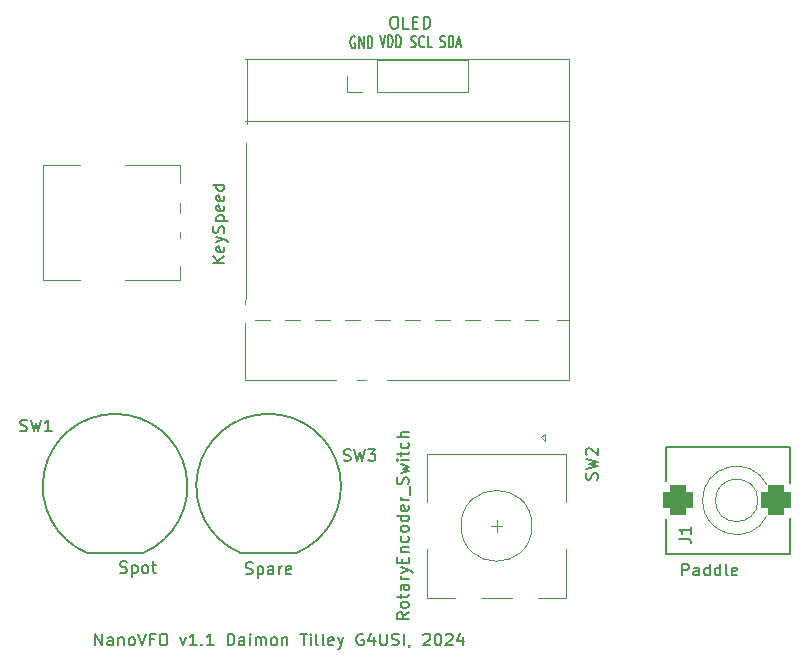
<source format=gbr>
G04 #@! TF.GenerationSoftware,KiCad,Pcbnew,7.0.8*
G04 #@! TF.CreationDate,2024-01-30T12:30:03+00:00*
G04 #@! TF.ProjectId,NanoVFO,4e616e6f-5646-44f2-9e6b-696361645f70,rev?*
G04 #@! TF.SameCoordinates,Original*
G04 #@! TF.FileFunction,Legend,Top*
G04 #@! TF.FilePolarity,Positive*
%FSLAX46Y46*%
G04 Gerber Fmt 4.6, Leading zero omitted, Abs format (unit mm)*
G04 Created by KiCad (PCBNEW 7.0.8) date 2024-01-30 12:30:03*
%MOMM*%
%LPD*%
G01*
G04 APERTURE LIST*
G04 Aperture macros list*
%AMRoundRect*
0 Rectangle with rounded corners*
0 $1 Rounding radius*
0 $2 $3 $4 $5 $6 $7 $8 $9 X,Y pos of 4 corners*
0 Add a 4 corners polygon primitive as box body*
4,1,4,$2,$3,$4,$5,$6,$7,$8,$9,$2,$3,0*
0 Add four circle primitives for the rounded corners*
1,1,$1+$1,$2,$3*
1,1,$1+$1,$4,$5*
1,1,$1+$1,$6,$7*
1,1,$1+$1,$8,$9*
0 Add four rect primitives between the rounded corners*
20,1,$1+$1,$2,$3,$4,$5,0*
20,1,$1+$1,$4,$5,$6,$7,0*
20,1,$1+$1,$6,$7,$8,$9,0*
20,1,$1+$1,$8,$9,$2,$3,0*%
G04 Aperture macros list end*
%ADD10C,0.150000*%
%ADD11C,0.120000*%
%ADD12C,0.200000*%
%ADD13O,3.800000X2.900000*%
%ADD14R,1.700000X1.700000*%
%ADD15O,1.700000X1.700000*%
%ADD16R,2.000000X2.000000*%
%ADD17C,2.000000*%
%ADD18R,2.000000X3.200000*%
%ADD19C,3.200000*%
%ADD20RoundRect,0.650000X0.650000X-0.650000X0.650000X0.650000X-0.650000X0.650000X-0.650000X-0.650000X0*%
%ADD21O,2.100000X3.100000*%
%ADD22O,3.240000X2.720000*%
%ADD23R,1.800000X1.800000*%
%ADD24C,1.800000*%
%ADD25C,1.600000*%
%ADD26O,1.600000X1.600000*%
%ADD27R,1.600000X1.600000*%
G04 APERTURE END LIST*
D10*
X28036779Y-87369819D02*
X28036779Y-86369819D01*
X28036779Y-86369819D02*
X28608207Y-87369819D01*
X28608207Y-87369819D02*
X28608207Y-86369819D01*
X29512969Y-87369819D02*
X29512969Y-86846009D01*
X29512969Y-86846009D02*
X29465350Y-86750771D01*
X29465350Y-86750771D02*
X29370112Y-86703152D01*
X29370112Y-86703152D02*
X29179636Y-86703152D01*
X29179636Y-86703152D02*
X29084398Y-86750771D01*
X29512969Y-87322200D02*
X29417731Y-87369819D01*
X29417731Y-87369819D02*
X29179636Y-87369819D01*
X29179636Y-87369819D02*
X29084398Y-87322200D01*
X29084398Y-87322200D02*
X29036779Y-87226961D01*
X29036779Y-87226961D02*
X29036779Y-87131723D01*
X29036779Y-87131723D02*
X29084398Y-87036485D01*
X29084398Y-87036485D02*
X29179636Y-86988866D01*
X29179636Y-86988866D02*
X29417731Y-86988866D01*
X29417731Y-86988866D02*
X29512969Y-86941247D01*
X29989160Y-86703152D02*
X29989160Y-87369819D01*
X29989160Y-86798390D02*
X30036779Y-86750771D01*
X30036779Y-86750771D02*
X30132017Y-86703152D01*
X30132017Y-86703152D02*
X30274874Y-86703152D01*
X30274874Y-86703152D02*
X30370112Y-86750771D01*
X30370112Y-86750771D02*
X30417731Y-86846009D01*
X30417731Y-86846009D02*
X30417731Y-87369819D01*
X31036779Y-87369819D02*
X30941541Y-87322200D01*
X30941541Y-87322200D02*
X30893922Y-87274580D01*
X30893922Y-87274580D02*
X30846303Y-87179342D01*
X30846303Y-87179342D02*
X30846303Y-86893628D01*
X30846303Y-86893628D02*
X30893922Y-86798390D01*
X30893922Y-86798390D02*
X30941541Y-86750771D01*
X30941541Y-86750771D02*
X31036779Y-86703152D01*
X31036779Y-86703152D02*
X31179636Y-86703152D01*
X31179636Y-86703152D02*
X31274874Y-86750771D01*
X31274874Y-86750771D02*
X31322493Y-86798390D01*
X31322493Y-86798390D02*
X31370112Y-86893628D01*
X31370112Y-86893628D02*
X31370112Y-87179342D01*
X31370112Y-87179342D02*
X31322493Y-87274580D01*
X31322493Y-87274580D02*
X31274874Y-87322200D01*
X31274874Y-87322200D02*
X31179636Y-87369819D01*
X31179636Y-87369819D02*
X31036779Y-87369819D01*
X31655827Y-86369819D02*
X31989160Y-87369819D01*
X31989160Y-87369819D02*
X32322493Y-86369819D01*
X32989160Y-86846009D02*
X32655827Y-86846009D01*
X32655827Y-87369819D02*
X32655827Y-86369819D01*
X32655827Y-86369819D02*
X33132017Y-86369819D01*
X33703446Y-86369819D02*
X33893922Y-86369819D01*
X33893922Y-86369819D02*
X33989160Y-86417438D01*
X33989160Y-86417438D02*
X34084398Y-86512676D01*
X34084398Y-86512676D02*
X34132017Y-86703152D01*
X34132017Y-86703152D02*
X34132017Y-87036485D01*
X34132017Y-87036485D02*
X34084398Y-87226961D01*
X34084398Y-87226961D02*
X33989160Y-87322200D01*
X33989160Y-87322200D02*
X33893922Y-87369819D01*
X33893922Y-87369819D02*
X33703446Y-87369819D01*
X33703446Y-87369819D02*
X33608208Y-87322200D01*
X33608208Y-87322200D02*
X33512970Y-87226961D01*
X33512970Y-87226961D02*
X33465351Y-87036485D01*
X33465351Y-87036485D02*
X33465351Y-86703152D01*
X33465351Y-86703152D02*
X33512970Y-86512676D01*
X33512970Y-86512676D02*
X33608208Y-86417438D01*
X33608208Y-86417438D02*
X33703446Y-86369819D01*
X35227256Y-86703152D02*
X35465351Y-87369819D01*
X35465351Y-87369819D02*
X35703446Y-86703152D01*
X36608208Y-87369819D02*
X36036780Y-87369819D01*
X36322494Y-87369819D02*
X36322494Y-86369819D01*
X36322494Y-86369819D02*
X36227256Y-86512676D01*
X36227256Y-86512676D02*
X36132018Y-86607914D01*
X36132018Y-86607914D02*
X36036780Y-86655533D01*
X37036780Y-87274580D02*
X37084399Y-87322200D01*
X37084399Y-87322200D02*
X37036780Y-87369819D01*
X37036780Y-87369819D02*
X36989161Y-87322200D01*
X36989161Y-87322200D02*
X37036780Y-87274580D01*
X37036780Y-87274580D02*
X37036780Y-87369819D01*
X38036779Y-87369819D02*
X37465351Y-87369819D01*
X37751065Y-87369819D02*
X37751065Y-86369819D01*
X37751065Y-86369819D02*
X37655827Y-86512676D01*
X37655827Y-86512676D02*
X37560589Y-86607914D01*
X37560589Y-86607914D02*
X37465351Y-86655533D01*
X39227256Y-87369819D02*
X39227256Y-86369819D01*
X39227256Y-86369819D02*
X39465351Y-86369819D01*
X39465351Y-86369819D02*
X39608208Y-86417438D01*
X39608208Y-86417438D02*
X39703446Y-86512676D01*
X39703446Y-86512676D02*
X39751065Y-86607914D01*
X39751065Y-86607914D02*
X39798684Y-86798390D01*
X39798684Y-86798390D02*
X39798684Y-86941247D01*
X39798684Y-86941247D02*
X39751065Y-87131723D01*
X39751065Y-87131723D02*
X39703446Y-87226961D01*
X39703446Y-87226961D02*
X39608208Y-87322200D01*
X39608208Y-87322200D02*
X39465351Y-87369819D01*
X39465351Y-87369819D02*
X39227256Y-87369819D01*
X40655827Y-87369819D02*
X40655827Y-86846009D01*
X40655827Y-86846009D02*
X40608208Y-86750771D01*
X40608208Y-86750771D02*
X40512970Y-86703152D01*
X40512970Y-86703152D02*
X40322494Y-86703152D01*
X40322494Y-86703152D02*
X40227256Y-86750771D01*
X40655827Y-87322200D02*
X40560589Y-87369819D01*
X40560589Y-87369819D02*
X40322494Y-87369819D01*
X40322494Y-87369819D02*
X40227256Y-87322200D01*
X40227256Y-87322200D02*
X40179637Y-87226961D01*
X40179637Y-87226961D02*
X40179637Y-87131723D01*
X40179637Y-87131723D02*
X40227256Y-87036485D01*
X40227256Y-87036485D02*
X40322494Y-86988866D01*
X40322494Y-86988866D02*
X40560589Y-86988866D01*
X40560589Y-86988866D02*
X40655827Y-86941247D01*
X41132018Y-87369819D02*
X41132018Y-86703152D01*
X41132018Y-86369819D02*
X41084399Y-86417438D01*
X41084399Y-86417438D02*
X41132018Y-86465057D01*
X41132018Y-86465057D02*
X41179637Y-86417438D01*
X41179637Y-86417438D02*
X41132018Y-86369819D01*
X41132018Y-86369819D02*
X41132018Y-86465057D01*
X41608208Y-87369819D02*
X41608208Y-86703152D01*
X41608208Y-86798390D02*
X41655827Y-86750771D01*
X41655827Y-86750771D02*
X41751065Y-86703152D01*
X41751065Y-86703152D02*
X41893922Y-86703152D01*
X41893922Y-86703152D02*
X41989160Y-86750771D01*
X41989160Y-86750771D02*
X42036779Y-86846009D01*
X42036779Y-86846009D02*
X42036779Y-87369819D01*
X42036779Y-86846009D02*
X42084398Y-86750771D01*
X42084398Y-86750771D02*
X42179636Y-86703152D01*
X42179636Y-86703152D02*
X42322493Y-86703152D01*
X42322493Y-86703152D02*
X42417732Y-86750771D01*
X42417732Y-86750771D02*
X42465351Y-86846009D01*
X42465351Y-86846009D02*
X42465351Y-87369819D01*
X43084398Y-87369819D02*
X42989160Y-87322200D01*
X42989160Y-87322200D02*
X42941541Y-87274580D01*
X42941541Y-87274580D02*
X42893922Y-87179342D01*
X42893922Y-87179342D02*
X42893922Y-86893628D01*
X42893922Y-86893628D02*
X42941541Y-86798390D01*
X42941541Y-86798390D02*
X42989160Y-86750771D01*
X42989160Y-86750771D02*
X43084398Y-86703152D01*
X43084398Y-86703152D02*
X43227255Y-86703152D01*
X43227255Y-86703152D02*
X43322493Y-86750771D01*
X43322493Y-86750771D02*
X43370112Y-86798390D01*
X43370112Y-86798390D02*
X43417731Y-86893628D01*
X43417731Y-86893628D02*
X43417731Y-87179342D01*
X43417731Y-87179342D02*
X43370112Y-87274580D01*
X43370112Y-87274580D02*
X43322493Y-87322200D01*
X43322493Y-87322200D02*
X43227255Y-87369819D01*
X43227255Y-87369819D02*
X43084398Y-87369819D01*
X43846303Y-86703152D02*
X43846303Y-87369819D01*
X43846303Y-86798390D02*
X43893922Y-86750771D01*
X43893922Y-86750771D02*
X43989160Y-86703152D01*
X43989160Y-86703152D02*
X44132017Y-86703152D01*
X44132017Y-86703152D02*
X44227255Y-86750771D01*
X44227255Y-86750771D02*
X44274874Y-86846009D01*
X44274874Y-86846009D02*
X44274874Y-87369819D01*
X45370113Y-86369819D02*
X45941541Y-86369819D01*
X45655827Y-87369819D02*
X45655827Y-86369819D01*
X46274875Y-87369819D02*
X46274875Y-86703152D01*
X46274875Y-86369819D02*
X46227256Y-86417438D01*
X46227256Y-86417438D02*
X46274875Y-86465057D01*
X46274875Y-86465057D02*
X46322494Y-86417438D01*
X46322494Y-86417438D02*
X46274875Y-86369819D01*
X46274875Y-86369819D02*
X46274875Y-86465057D01*
X46893922Y-87369819D02*
X46798684Y-87322200D01*
X46798684Y-87322200D02*
X46751065Y-87226961D01*
X46751065Y-87226961D02*
X46751065Y-86369819D01*
X47417732Y-87369819D02*
X47322494Y-87322200D01*
X47322494Y-87322200D02*
X47274875Y-87226961D01*
X47274875Y-87226961D02*
X47274875Y-86369819D01*
X48179637Y-87322200D02*
X48084399Y-87369819D01*
X48084399Y-87369819D02*
X47893923Y-87369819D01*
X47893923Y-87369819D02*
X47798685Y-87322200D01*
X47798685Y-87322200D02*
X47751066Y-87226961D01*
X47751066Y-87226961D02*
X47751066Y-86846009D01*
X47751066Y-86846009D02*
X47798685Y-86750771D01*
X47798685Y-86750771D02*
X47893923Y-86703152D01*
X47893923Y-86703152D02*
X48084399Y-86703152D01*
X48084399Y-86703152D02*
X48179637Y-86750771D01*
X48179637Y-86750771D02*
X48227256Y-86846009D01*
X48227256Y-86846009D02*
X48227256Y-86941247D01*
X48227256Y-86941247D02*
X47751066Y-87036485D01*
X48560590Y-86703152D02*
X48798685Y-87369819D01*
X49036780Y-86703152D02*
X48798685Y-87369819D01*
X48798685Y-87369819D02*
X48703447Y-87607914D01*
X48703447Y-87607914D02*
X48655828Y-87655533D01*
X48655828Y-87655533D02*
X48560590Y-87703152D01*
X50703447Y-86417438D02*
X50608209Y-86369819D01*
X50608209Y-86369819D02*
X50465352Y-86369819D01*
X50465352Y-86369819D02*
X50322495Y-86417438D01*
X50322495Y-86417438D02*
X50227257Y-86512676D01*
X50227257Y-86512676D02*
X50179638Y-86607914D01*
X50179638Y-86607914D02*
X50132019Y-86798390D01*
X50132019Y-86798390D02*
X50132019Y-86941247D01*
X50132019Y-86941247D02*
X50179638Y-87131723D01*
X50179638Y-87131723D02*
X50227257Y-87226961D01*
X50227257Y-87226961D02*
X50322495Y-87322200D01*
X50322495Y-87322200D02*
X50465352Y-87369819D01*
X50465352Y-87369819D02*
X50560590Y-87369819D01*
X50560590Y-87369819D02*
X50703447Y-87322200D01*
X50703447Y-87322200D02*
X50751066Y-87274580D01*
X50751066Y-87274580D02*
X50751066Y-86941247D01*
X50751066Y-86941247D02*
X50560590Y-86941247D01*
X51608209Y-86703152D02*
X51608209Y-87369819D01*
X51370114Y-86322200D02*
X51132019Y-87036485D01*
X51132019Y-87036485D02*
X51751066Y-87036485D01*
X52132019Y-86369819D02*
X52132019Y-87179342D01*
X52132019Y-87179342D02*
X52179638Y-87274580D01*
X52179638Y-87274580D02*
X52227257Y-87322200D01*
X52227257Y-87322200D02*
X52322495Y-87369819D01*
X52322495Y-87369819D02*
X52512971Y-87369819D01*
X52512971Y-87369819D02*
X52608209Y-87322200D01*
X52608209Y-87322200D02*
X52655828Y-87274580D01*
X52655828Y-87274580D02*
X52703447Y-87179342D01*
X52703447Y-87179342D02*
X52703447Y-86369819D01*
X53132019Y-87322200D02*
X53274876Y-87369819D01*
X53274876Y-87369819D02*
X53512971Y-87369819D01*
X53512971Y-87369819D02*
X53608209Y-87322200D01*
X53608209Y-87322200D02*
X53655828Y-87274580D01*
X53655828Y-87274580D02*
X53703447Y-87179342D01*
X53703447Y-87179342D02*
X53703447Y-87084104D01*
X53703447Y-87084104D02*
X53655828Y-86988866D01*
X53655828Y-86988866D02*
X53608209Y-86941247D01*
X53608209Y-86941247D02*
X53512971Y-86893628D01*
X53512971Y-86893628D02*
X53322495Y-86846009D01*
X53322495Y-86846009D02*
X53227257Y-86798390D01*
X53227257Y-86798390D02*
X53179638Y-86750771D01*
X53179638Y-86750771D02*
X53132019Y-86655533D01*
X53132019Y-86655533D02*
X53132019Y-86560295D01*
X53132019Y-86560295D02*
X53179638Y-86465057D01*
X53179638Y-86465057D02*
X53227257Y-86417438D01*
X53227257Y-86417438D02*
X53322495Y-86369819D01*
X53322495Y-86369819D02*
X53560590Y-86369819D01*
X53560590Y-86369819D02*
X53703447Y-86417438D01*
X54132019Y-87369819D02*
X54132019Y-86369819D01*
X54655828Y-87322200D02*
X54655828Y-87369819D01*
X54655828Y-87369819D02*
X54608209Y-87465057D01*
X54608209Y-87465057D02*
X54560590Y-87512676D01*
X55798685Y-86465057D02*
X55846304Y-86417438D01*
X55846304Y-86417438D02*
X55941542Y-86369819D01*
X55941542Y-86369819D02*
X56179637Y-86369819D01*
X56179637Y-86369819D02*
X56274875Y-86417438D01*
X56274875Y-86417438D02*
X56322494Y-86465057D01*
X56322494Y-86465057D02*
X56370113Y-86560295D01*
X56370113Y-86560295D02*
X56370113Y-86655533D01*
X56370113Y-86655533D02*
X56322494Y-86798390D01*
X56322494Y-86798390D02*
X55751066Y-87369819D01*
X55751066Y-87369819D02*
X56370113Y-87369819D01*
X56989161Y-86369819D02*
X57084399Y-86369819D01*
X57084399Y-86369819D02*
X57179637Y-86417438D01*
X57179637Y-86417438D02*
X57227256Y-86465057D01*
X57227256Y-86465057D02*
X57274875Y-86560295D01*
X57274875Y-86560295D02*
X57322494Y-86750771D01*
X57322494Y-86750771D02*
X57322494Y-86988866D01*
X57322494Y-86988866D02*
X57274875Y-87179342D01*
X57274875Y-87179342D02*
X57227256Y-87274580D01*
X57227256Y-87274580D02*
X57179637Y-87322200D01*
X57179637Y-87322200D02*
X57084399Y-87369819D01*
X57084399Y-87369819D02*
X56989161Y-87369819D01*
X56989161Y-87369819D02*
X56893923Y-87322200D01*
X56893923Y-87322200D02*
X56846304Y-87274580D01*
X56846304Y-87274580D02*
X56798685Y-87179342D01*
X56798685Y-87179342D02*
X56751066Y-86988866D01*
X56751066Y-86988866D02*
X56751066Y-86750771D01*
X56751066Y-86750771D02*
X56798685Y-86560295D01*
X56798685Y-86560295D02*
X56846304Y-86465057D01*
X56846304Y-86465057D02*
X56893923Y-86417438D01*
X56893923Y-86417438D02*
X56989161Y-86369819D01*
X57703447Y-86465057D02*
X57751066Y-86417438D01*
X57751066Y-86417438D02*
X57846304Y-86369819D01*
X57846304Y-86369819D02*
X58084399Y-86369819D01*
X58084399Y-86369819D02*
X58179637Y-86417438D01*
X58179637Y-86417438D02*
X58227256Y-86465057D01*
X58227256Y-86465057D02*
X58274875Y-86560295D01*
X58274875Y-86560295D02*
X58274875Y-86655533D01*
X58274875Y-86655533D02*
X58227256Y-86798390D01*
X58227256Y-86798390D02*
X57655828Y-87369819D01*
X57655828Y-87369819D02*
X58274875Y-87369819D01*
X59132018Y-86703152D02*
X59132018Y-87369819D01*
X58893923Y-86322200D02*
X58655828Y-87036485D01*
X58655828Y-87036485D02*
X59274875Y-87036485D01*
X53247619Y-34154819D02*
X53438095Y-34154819D01*
X53438095Y-34154819D02*
X53533333Y-34202438D01*
X53533333Y-34202438D02*
X53628571Y-34297676D01*
X53628571Y-34297676D02*
X53676190Y-34488152D01*
X53676190Y-34488152D02*
X53676190Y-34821485D01*
X53676190Y-34821485D02*
X53628571Y-35011961D01*
X53628571Y-35011961D02*
X53533333Y-35107200D01*
X53533333Y-35107200D02*
X53438095Y-35154819D01*
X53438095Y-35154819D02*
X53247619Y-35154819D01*
X53247619Y-35154819D02*
X53152381Y-35107200D01*
X53152381Y-35107200D02*
X53057143Y-35011961D01*
X53057143Y-35011961D02*
X53009524Y-34821485D01*
X53009524Y-34821485D02*
X53009524Y-34488152D01*
X53009524Y-34488152D02*
X53057143Y-34297676D01*
X53057143Y-34297676D02*
X53152381Y-34202438D01*
X53152381Y-34202438D02*
X53247619Y-34154819D01*
X54580952Y-35154819D02*
X54104762Y-35154819D01*
X54104762Y-35154819D02*
X54104762Y-34154819D01*
X54914286Y-34631009D02*
X55247619Y-34631009D01*
X55390476Y-35154819D02*
X54914286Y-35154819D01*
X54914286Y-35154819D02*
X54914286Y-34154819D01*
X54914286Y-34154819D02*
X55390476Y-34154819D01*
X55819048Y-35154819D02*
X55819048Y-34154819D01*
X55819048Y-34154819D02*
X56057143Y-34154819D01*
X56057143Y-34154819D02*
X56200000Y-34202438D01*
X56200000Y-34202438D02*
X56295238Y-34297676D01*
X56295238Y-34297676D02*
X56342857Y-34392914D01*
X56342857Y-34392914D02*
X56390476Y-34583390D01*
X56390476Y-34583390D02*
X56390476Y-34726247D01*
X56390476Y-34726247D02*
X56342857Y-34916723D01*
X56342857Y-34916723D02*
X56295238Y-35011961D01*
X56295238Y-35011961D02*
X56200000Y-35107200D01*
X56200000Y-35107200D02*
X56057143Y-35154819D01*
X56057143Y-35154819D02*
X55819048Y-35154819D01*
X54766666Y-36707200D02*
X54866666Y-36754819D01*
X54866666Y-36754819D02*
X55033333Y-36754819D01*
X55033333Y-36754819D02*
X55099999Y-36707200D01*
X55099999Y-36707200D02*
X55133333Y-36659580D01*
X55133333Y-36659580D02*
X55166666Y-36564342D01*
X55166666Y-36564342D02*
X55166666Y-36469104D01*
X55166666Y-36469104D02*
X55133333Y-36373866D01*
X55133333Y-36373866D02*
X55099999Y-36326247D01*
X55099999Y-36326247D02*
X55033333Y-36278628D01*
X55033333Y-36278628D02*
X54899999Y-36231009D01*
X54899999Y-36231009D02*
X54833333Y-36183390D01*
X54833333Y-36183390D02*
X54799999Y-36135771D01*
X54799999Y-36135771D02*
X54766666Y-36040533D01*
X54766666Y-36040533D02*
X54766666Y-35945295D01*
X54766666Y-35945295D02*
X54799999Y-35850057D01*
X54799999Y-35850057D02*
X54833333Y-35802438D01*
X54833333Y-35802438D02*
X54899999Y-35754819D01*
X54899999Y-35754819D02*
X55066666Y-35754819D01*
X55066666Y-35754819D02*
X55166666Y-35802438D01*
X55866666Y-36659580D02*
X55833333Y-36707200D01*
X55833333Y-36707200D02*
X55733333Y-36754819D01*
X55733333Y-36754819D02*
X55666666Y-36754819D01*
X55666666Y-36754819D02*
X55566666Y-36707200D01*
X55566666Y-36707200D02*
X55500000Y-36611961D01*
X55500000Y-36611961D02*
X55466666Y-36516723D01*
X55466666Y-36516723D02*
X55433333Y-36326247D01*
X55433333Y-36326247D02*
X55433333Y-36183390D01*
X55433333Y-36183390D02*
X55466666Y-35992914D01*
X55466666Y-35992914D02*
X55500000Y-35897676D01*
X55500000Y-35897676D02*
X55566666Y-35802438D01*
X55566666Y-35802438D02*
X55666666Y-35754819D01*
X55666666Y-35754819D02*
X55733333Y-35754819D01*
X55733333Y-35754819D02*
X55833333Y-35802438D01*
X55833333Y-35802438D02*
X55866666Y-35850057D01*
X56500000Y-36754819D02*
X56166666Y-36754819D01*
X56166666Y-36754819D02*
X56166666Y-35754819D01*
X50016667Y-35860438D02*
X49950000Y-35812819D01*
X49950000Y-35812819D02*
X49850000Y-35812819D01*
X49850000Y-35812819D02*
X49750000Y-35860438D01*
X49750000Y-35860438D02*
X49683334Y-35955676D01*
X49683334Y-35955676D02*
X49650000Y-36050914D01*
X49650000Y-36050914D02*
X49616667Y-36241390D01*
X49616667Y-36241390D02*
X49616667Y-36384247D01*
X49616667Y-36384247D02*
X49650000Y-36574723D01*
X49650000Y-36574723D02*
X49683334Y-36669961D01*
X49683334Y-36669961D02*
X49750000Y-36765200D01*
X49750000Y-36765200D02*
X49850000Y-36812819D01*
X49850000Y-36812819D02*
X49916667Y-36812819D01*
X49916667Y-36812819D02*
X50016667Y-36765200D01*
X50016667Y-36765200D02*
X50050000Y-36717580D01*
X50050000Y-36717580D02*
X50050000Y-36384247D01*
X50050000Y-36384247D02*
X49916667Y-36384247D01*
X50350000Y-36812819D02*
X50350000Y-35812819D01*
X50350000Y-35812819D02*
X50750000Y-36812819D01*
X50750000Y-36812819D02*
X50750000Y-35812819D01*
X51083333Y-36812819D02*
X51083333Y-35812819D01*
X51083333Y-35812819D02*
X51250000Y-35812819D01*
X51250000Y-35812819D02*
X51350000Y-35860438D01*
X51350000Y-35860438D02*
X51416667Y-35955676D01*
X51416667Y-35955676D02*
X51450000Y-36050914D01*
X51450000Y-36050914D02*
X51483333Y-36241390D01*
X51483333Y-36241390D02*
X51483333Y-36384247D01*
X51483333Y-36384247D02*
X51450000Y-36574723D01*
X51450000Y-36574723D02*
X51416667Y-36669961D01*
X51416667Y-36669961D02*
X51350000Y-36765200D01*
X51350000Y-36765200D02*
X51250000Y-36812819D01*
X51250000Y-36812819D02*
X51083333Y-36812819D01*
X52116666Y-35727819D02*
X52350000Y-36727819D01*
X52350000Y-36727819D02*
X52583333Y-35727819D01*
X52816666Y-36727819D02*
X52816666Y-35727819D01*
X52816666Y-35727819D02*
X52983333Y-35727819D01*
X52983333Y-35727819D02*
X53083333Y-35775438D01*
X53083333Y-35775438D02*
X53150000Y-35870676D01*
X53150000Y-35870676D02*
X53183333Y-35965914D01*
X53183333Y-35965914D02*
X53216666Y-36156390D01*
X53216666Y-36156390D02*
X53216666Y-36299247D01*
X53216666Y-36299247D02*
X53183333Y-36489723D01*
X53183333Y-36489723D02*
X53150000Y-36584961D01*
X53150000Y-36584961D02*
X53083333Y-36680200D01*
X53083333Y-36680200D02*
X52983333Y-36727819D01*
X52983333Y-36727819D02*
X52816666Y-36727819D01*
X53516666Y-36727819D02*
X53516666Y-35727819D01*
X53516666Y-35727819D02*
X53683333Y-35727819D01*
X53683333Y-35727819D02*
X53783333Y-35775438D01*
X53783333Y-35775438D02*
X53850000Y-35870676D01*
X53850000Y-35870676D02*
X53883333Y-35965914D01*
X53883333Y-35965914D02*
X53916666Y-36156390D01*
X53916666Y-36156390D02*
X53916666Y-36299247D01*
X53916666Y-36299247D02*
X53883333Y-36489723D01*
X53883333Y-36489723D02*
X53850000Y-36584961D01*
X53850000Y-36584961D02*
X53783333Y-36680200D01*
X53783333Y-36680200D02*
X53683333Y-36727819D01*
X53683333Y-36727819D02*
X53516666Y-36727819D01*
X57250000Y-36707200D02*
X57350000Y-36754819D01*
X57350000Y-36754819D02*
X57516667Y-36754819D01*
X57516667Y-36754819D02*
X57583333Y-36707200D01*
X57583333Y-36707200D02*
X57616667Y-36659580D01*
X57616667Y-36659580D02*
X57650000Y-36564342D01*
X57650000Y-36564342D02*
X57650000Y-36469104D01*
X57650000Y-36469104D02*
X57616667Y-36373866D01*
X57616667Y-36373866D02*
X57583333Y-36326247D01*
X57583333Y-36326247D02*
X57516667Y-36278628D01*
X57516667Y-36278628D02*
X57383333Y-36231009D01*
X57383333Y-36231009D02*
X57316667Y-36183390D01*
X57316667Y-36183390D02*
X57283333Y-36135771D01*
X57283333Y-36135771D02*
X57250000Y-36040533D01*
X57250000Y-36040533D02*
X57250000Y-35945295D01*
X57250000Y-35945295D02*
X57283333Y-35850057D01*
X57283333Y-35850057D02*
X57316667Y-35802438D01*
X57316667Y-35802438D02*
X57383333Y-35754819D01*
X57383333Y-35754819D02*
X57550000Y-35754819D01*
X57550000Y-35754819D02*
X57650000Y-35802438D01*
X57950000Y-36754819D02*
X57950000Y-35754819D01*
X57950000Y-35754819D02*
X58116667Y-35754819D01*
X58116667Y-35754819D02*
X58216667Y-35802438D01*
X58216667Y-35802438D02*
X58283334Y-35897676D01*
X58283334Y-35897676D02*
X58316667Y-35992914D01*
X58316667Y-35992914D02*
X58350000Y-36183390D01*
X58350000Y-36183390D02*
X58350000Y-36326247D01*
X58350000Y-36326247D02*
X58316667Y-36516723D01*
X58316667Y-36516723D02*
X58283334Y-36611961D01*
X58283334Y-36611961D02*
X58216667Y-36707200D01*
X58216667Y-36707200D02*
X58116667Y-36754819D01*
X58116667Y-36754819D02*
X57950000Y-36754819D01*
X58616667Y-36469104D02*
X58950000Y-36469104D01*
X58550000Y-36754819D02*
X58783334Y-35754819D01*
X58783334Y-35754819D02*
X59016667Y-36754819D01*
X70507200Y-73333332D02*
X70554819Y-73190475D01*
X70554819Y-73190475D02*
X70554819Y-72952380D01*
X70554819Y-72952380D02*
X70507200Y-72857142D01*
X70507200Y-72857142D02*
X70459580Y-72809523D01*
X70459580Y-72809523D02*
X70364342Y-72761904D01*
X70364342Y-72761904D02*
X70269104Y-72761904D01*
X70269104Y-72761904D02*
X70173866Y-72809523D01*
X70173866Y-72809523D02*
X70126247Y-72857142D01*
X70126247Y-72857142D02*
X70078628Y-72952380D01*
X70078628Y-72952380D02*
X70031009Y-73142856D01*
X70031009Y-73142856D02*
X69983390Y-73238094D01*
X69983390Y-73238094D02*
X69935771Y-73285713D01*
X69935771Y-73285713D02*
X69840533Y-73333332D01*
X69840533Y-73333332D02*
X69745295Y-73333332D01*
X69745295Y-73333332D02*
X69650057Y-73285713D01*
X69650057Y-73285713D02*
X69602438Y-73238094D01*
X69602438Y-73238094D02*
X69554819Y-73142856D01*
X69554819Y-73142856D02*
X69554819Y-72904761D01*
X69554819Y-72904761D02*
X69602438Y-72761904D01*
X69554819Y-72428570D02*
X70554819Y-72190475D01*
X70554819Y-72190475D02*
X69840533Y-71999999D01*
X69840533Y-71999999D02*
X70554819Y-71809523D01*
X70554819Y-71809523D02*
X69554819Y-71571428D01*
X69650057Y-71238094D02*
X69602438Y-71190475D01*
X69602438Y-71190475D02*
X69554819Y-71095237D01*
X69554819Y-71095237D02*
X69554819Y-70857142D01*
X69554819Y-70857142D02*
X69602438Y-70761904D01*
X69602438Y-70761904D02*
X69650057Y-70714285D01*
X69650057Y-70714285D02*
X69745295Y-70666666D01*
X69745295Y-70666666D02*
X69840533Y-70666666D01*
X69840533Y-70666666D02*
X69983390Y-70714285D01*
X69983390Y-70714285D02*
X70554819Y-71285713D01*
X70554819Y-71285713D02*
X70554819Y-70666666D01*
X54554819Y-84583334D02*
X54078628Y-84916667D01*
X54554819Y-85154762D02*
X53554819Y-85154762D01*
X53554819Y-85154762D02*
X53554819Y-84773810D01*
X53554819Y-84773810D02*
X53602438Y-84678572D01*
X53602438Y-84678572D02*
X53650057Y-84630953D01*
X53650057Y-84630953D02*
X53745295Y-84583334D01*
X53745295Y-84583334D02*
X53888152Y-84583334D01*
X53888152Y-84583334D02*
X53983390Y-84630953D01*
X53983390Y-84630953D02*
X54031009Y-84678572D01*
X54031009Y-84678572D02*
X54078628Y-84773810D01*
X54078628Y-84773810D02*
X54078628Y-85154762D01*
X54554819Y-84011905D02*
X54507200Y-84107143D01*
X54507200Y-84107143D02*
X54459580Y-84154762D01*
X54459580Y-84154762D02*
X54364342Y-84202381D01*
X54364342Y-84202381D02*
X54078628Y-84202381D01*
X54078628Y-84202381D02*
X53983390Y-84154762D01*
X53983390Y-84154762D02*
X53935771Y-84107143D01*
X53935771Y-84107143D02*
X53888152Y-84011905D01*
X53888152Y-84011905D02*
X53888152Y-83869048D01*
X53888152Y-83869048D02*
X53935771Y-83773810D01*
X53935771Y-83773810D02*
X53983390Y-83726191D01*
X53983390Y-83726191D02*
X54078628Y-83678572D01*
X54078628Y-83678572D02*
X54364342Y-83678572D01*
X54364342Y-83678572D02*
X54459580Y-83726191D01*
X54459580Y-83726191D02*
X54507200Y-83773810D01*
X54507200Y-83773810D02*
X54554819Y-83869048D01*
X54554819Y-83869048D02*
X54554819Y-84011905D01*
X53888152Y-83392857D02*
X53888152Y-83011905D01*
X53554819Y-83250000D02*
X54411961Y-83250000D01*
X54411961Y-83250000D02*
X54507200Y-83202381D01*
X54507200Y-83202381D02*
X54554819Y-83107143D01*
X54554819Y-83107143D02*
X54554819Y-83011905D01*
X54554819Y-82250000D02*
X54031009Y-82250000D01*
X54031009Y-82250000D02*
X53935771Y-82297619D01*
X53935771Y-82297619D02*
X53888152Y-82392857D01*
X53888152Y-82392857D02*
X53888152Y-82583333D01*
X53888152Y-82583333D02*
X53935771Y-82678571D01*
X54507200Y-82250000D02*
X54554819Y-82345238D01*
X54554819Y-82345238D02*
X54554819Y-82583333D01*
X54554819Y-82583333D02*
X54507200Y-82678571D01*
X54507200Y-82678571D02*
X54411961Y-82726190D01*
X54411961Y-82726190D02*
X54316723Y-82726190D01*
X54316723Y-82726190D02*
X54221485Y-82678571D01*
X54221485Y-82678571D02*
X54173866Y-82583333D01*
X54173866Y-82583333D02*
X54173866Y-82345238D01*
X54173866Y-82345238D02*
X54126247Y-82250000D01*
X54554819Y-81773809D02*
X53888152Y-81773809D01*
X54078628Y-81773809D02*
X53983390Y-81726190D01*
X53983390Y-81726190D02*
X53935771Y-81678571D01*
X53935771Y-81678571D02*
X53888152Y-81583333D01*
X53888152Y-81583333D02*
X53888152Y-81488095D01*
X53888152Y-81249999D02*
X54554819Y-81011904D01*
X53888152Y-80773809D02*
X54554819Y-81011904D01*
X54554819Y-81011904D02*
X54792914Y-81107142D01*
X54792914Y-81107142D02*
X54840533Y-81154761D01*
X54840533Y-81154761D02*
X54888152Y-81249999D01*
X54031009Y-80392856D02*
X54031009Y-80059523D01*
X54554819Y-79916666D02*
X54554819Y-80392856D01*
X54554819Y-80392856D02*
X53554819Y-80392856D01*
X53554819Y-80392856D02*
X53554819Y-79916666D01*
X53888152Y-79488094D02*
X54554819Y-79488094D01*
X53983390Y-79488094D02*
X53935771Y-79440475D01*
X53935771Y-79440475D02*
X53888152Y-79345237D01*
X53888152Y-79345237D02*
X53888152Y-79202380D01*
X53888152Y-79202380D02*
X53935771Y-79107142D01*
X53935771Y-79107142D02*
X54031009Y-79059523D01*
X54031009Y-79059523D02*
X54554819Y-79059523D01*
X54507200Y-78154761D02*
X54554819Y-78249999D01*
X54554819Y-78249999D02*
X54554819Y-78440475D01*
X54554819Y-78440475D02*
X54507200Y-78535713D01*
X54507200Y-78535713D02*
X54459580Y-78583332D01*
X54459580Y-78583332D02*
X54364342Y-78630951D01*
X54364342Y-78630951D02*
X54078628Y-78630951D01*
X54078628Y-78630951D02*
X53983390Y-78583332D01*
X53983390Y-78583332D02*
X53935771Y-78535713D01*
X53935771Y-78535713D02*
X53888152Y-78440475D01*
X53888152Y-78440475D02*
X53888152Y-78249999D01*
X53888152Y-78249999D02*
X53935771Y-78154761D01*
X54554819Y-77583332D02*
X54507200Y-77678570D01*
X54507200Y-77678570D02*
X54459580Y-77726189D01*
X54459580Y-77726189D02*
X54364342Y-77773808D01*
X54364342Y-77773808D02*
X54078628Y-77773808D01*
X54078628Y-77773808D02*
X53983390Y-77726189D01*
X53983390Y-77726189D02*
X53935771Y-77678570D01*
X53935771Y-77678570D02*
X53888152Y-77583332D01*
X53888152Y-77583332D02*
X53888152Y-77440475D01*
X53888152Y-77440475D02*
X53935771Y-77345237D01*
X53935771Y-77345237D02*
X53983390Y-77297618D01*
X53983390Y-77297618D02*
X54078628Y-77249999D01*
X54078628Y-77249999D02*
X54364342Y-77249999D01*
X54364342Y-77249999D02*
X54459580Y-77297618D01*
X54459580Y-77297618D02*
X54507200Y-77345237D01*
X54507200Y-77345237D02*
X54554819Y-77440475D01*
X54554819Y-77440475D02*
X54554819Y-77583332D01*
X54554819Y-76392856D02*
X53554819Y-76392856D01*
X54507200Y-76392856D02*
X54554819Y-76488094D01*
X54554819Y-76488094D02*
X54554819Y-76678570D01*
X54554819Y-76678570D02*
X54507200Y-76773808D01*
X54507200Y-76773808D02*
X54459580Y-76821427D01*
X54459580Y-76821427D02*
X54364342Y-76869046D01*
X54364342Y-76869046D02*
X54078628Y-76869046D01*
X54078628Y-76869046D02*
X53983390Y-76821427D01*
X53983390Y-76821427D02*
X53935771Y-76773808D01*
X53935771Y-76773808D02*
X53888152Y-76678570D01*
X53888152Y-76678570D02*
X53888152Y-76488094D01*
X53888152Y-76488094D02*
X53935771Y-76392856D01*
X54507200Y-75535713D02*
X54554819Y-75630951D01*
X54554819Y-75630951D02*
X54554819Y-75821427D01*
X54554819Y-75821427D02*
X54507200Y-75916665D01*
X54507200Y-75916665D02*
X54411961Y-75964284D01*
X54411961Y-75964284D02*
X54031009Y-75964284D01*
X54031009Y-75964284D02*
X53935771Y-75916665D01*
X53935771Y-75916665D02*
X53888152Y-75821427D01*
X53888152Y-75821427D02*
X53888152Y-75630951D01*
X53888152Y-75630951D02*
X53935771Y-75535713D01*
X53935771Y-75535713D02*
X54031009Y-75488094D01*
X54031009Y-75488094D02*
X54126247Y-75488094D01*
X54126247Y-75488094D02*
X54221485Y-75964284D01*
X54554819Y-75059522D02*
X53888152Y-75059522D01*
X54078628Y-75059522D02*
X53983390Y-75011903D01*
X53983390Y-75011903D02*
X53935771Y-74964284D01*
X53935771Y-74964284D02*
X53888152Y-74869046D01*
X53888152Y-74869046D02*
X53888152Y-74773808D01*
X54650057Y-74678570D02*
X54650057Y-73916665D01*
X54507200Y-73726188D02*
X54554819Y-73583331D01*
X54554819Y-73583331D02*
X54554819Y-73345236D01*
X54554819Y-73345236D02*
X54507200Y-73249998D01*
X54507200Y-73249998D02*
X54459580Y-73202379D01*
X54459580Y-73202379D02*
X54364342Y-73154760D01*
X54364342Y-73154760D02*
X54269104Y-73154760D01*
X54269104Y-73154760D02*
X54173866Y-73202379D01*
X54173866Y-73202379D02*
X54126247Y-73249998D01*
X54126247Y-73249998D02*
X54078628Y-73345236D01*
X54078628Y-73345236D02*
X54031009Y-73535712D01*
X54031009Y-73535712D02*
X53983390Y-73630950D01*
X53983390Y-73630950D02*
X53935771Y-73678569D01*
X53935771Y-73678569D02*
X53840533Y-73726188D01*
X53840533Y-73726188D02*
X53745295Y-73726188D01*
X53745295Y-73726188D02*
X53650057Y-73678569D01*
X53650057Y-73678569D02*
X53602438Y-73630950D01*
X53602438Y-73630950D02*
X53554819Y-73535712D01*
X53554819Y-73535712D02*
X53554819Y-73297617D01*
X53554819Y-73297617D02*
X53602438Y-73154760D01*
X53888152Y-72821426D02*
X54554819Y-72630950D01*
X54554819Y-72630950D02*
X54078628Y-72440474D01*
X54078628Y-72440474D02*
X54554819Y-72249998D01*
X54554819Y-72249998D02*
X53888152Y-72059522D01*
X54554819Y-71678569D02*
X53888152Y-71678569D01*
X53554819Y-71678569D02*
X53602438Y-71726188D01*
X53602438Y-71726188D02*
X53650057Y-71678569D01*
X53650057Y-71678569D02*
X53602438Y-71630950D01*
X53602438Y-71630950D02*
X53554819Y-71678569D01*
X53554819Y-71678569D02*
X53650057Y-71678569D01*
X53888152Y-71345236D02*
X53888152Y-70964284D01*
X53554819Y-71202379D02*
X54411961Y-71202379D01*
X54411961Y-71202379D02*
X54507200Y-71154760D01*
X54507200Y-71154760D02*
X54554819Y-71059522D01*
X54554819Y-71059522D02*
X54554819Y-70964284D01*
X54507200Y-70202379D02*
X54554819Y-70297617D01*
X54554819Y-70297617D02*
X54554819Y-70488093D01*
X54554819Y-70488093D02*
X54507200Y-70583331D01*
X54507200Y-70583331D02*
X54459580Y-70630950D01*
X54459580Y-70630950D02*
X54364342Y-70678569D01*
X54364342Y-70678569D02*
X54078628Y-70678569D01*
X54078628Y-70678569D02*
X53983390Y-70630950D01*
X53983390Y-70630950D02*
X53935771Y-70583331D01*
X53935771Y-70583331D02*
X53888152Y-70488093D01*
X53888152Y-70488093D02*
X53888152Y-70297617D01*
X53888152Y-70297617D02*
X53935771Y-70202379D01*
X54554819Y-69773807D02*
X53554819Y-69773807D01*
X54554819Y-69345236D02*
X54031009Y-69345236D01*
X54031009Y-69345236D02*
X53935771Y-69392855D01*
X53935771Y-69392855D02*
X53888152Y-69488093D01*
X53888152Y-69488093D02*
X53888152Y-69630950D01*
X53888152Y-69630950D02*
X53935771Y-69726188D01*
X53935771Y-69726188D02*
X53983390Y-69773807D01*
X21666667Y-69207200D02*
X21809524Y-69254819D01*
X21809524Y-69254819D02*
X22047619Y-69254819D01*
X22047619Y-69254819D02*
X22142857Y-69207200D01*
X22142857Y-69207200D02*
X22190476Y-69159580D01*
X22190476Y-69159580D02*
X22238095Y-69064342D01*
X22238095Y-69064342D02*
X22238095Y-68969104D01*
X22238095Y-68969104D02*
X22190476Y-68873866D01*
X22190476Y-68873866D02*
X22142857Y-68826247D01*
X22142857Y-68826247D02*
X22047619Y-68778628D01*
X22047619Y-68778628D02*
X21857143Y-68731009D01*
X21857143Y-68731009D02*
X21761905Y-68683390D01*
X21761905Y-68683390D02*
X21714286Y-68635771D01*
X21714286Y-68635771D02*
X21666667Y-68540533D01*
X21666667Y-68540533D02*
X21666667Y-68445295D01*
X21666667Y-68445295D02*
X21714286Y-68350057D01*
X21714286Y-68350057D02*
X21761905Y-68302438D01*
X21761905Y-68302438D02*
X21857143Y-68254819D01*
X21857143Y-68254819D02*
X22095238Y-68254819D01*
X22095238Y-68254819D02*
X22238095Y-68302438D01*
X22571429Y-68254819D02*
X22809524Y-69254819D01*
X22809524Y-69254819D02*
X23000000Y-68540533D01*
X23000000Y-68540533D02*
X23190476Y-69254819D01*
X23190476Y-69254819D02*
X23428572Y-68254819D01*
X24333333Y-69254819D02*
X23761905Y-69254819D01*
X24047619Y-69254819D02*
X24047619Y-68254819D01*
X24047619Y-68254819D02*
X23952381Y-68397676D01*
X23952381Y-68397676D02*
X23857143Y-68492914D01*
X23857143Y-68492914D02*
X23761905Y-68540533D01*
X30123809Y-81207200D02*
X30266666Y-81254819D01*
X30266666Y-81254819D02*
X30504761Y-81254819D01*
X30504761Y-81254819D02*
X30599999Y-81207200D01*
X30599999Y-81207200D02*
X30647618Y-81159580D01*
X30647618Y-81159580D02*
X30695237Y-81064342D01*
X30695237Y-81064342D02*
X30695237Y-80969104D01*
X30695237Y-80969104D02*
X30647618Y-80873866D01*
X30647618Y-80873866D02*
X30599999Y-80826247D01*
X30599999Y-80826247D02*
X30504761Y-80778628D01*
X30504761Y-80778628D02*
X30314285Y-80731009D01*
X30314285Y-80731009D02*
X30219047Y-80683390D01*
X30219047Y-80683390D02*
X30171428Y-80635771D01*
X30171428Y-80635771D02*
X30123809Y-80540533D01*
X30123809Y-80540533D02*
X30123809Y-80445295D01*
X30123809Y-80445295D02*
X30171428Y-80350057D01*
X30171428Y-80350057D02*
X30219047Y-80302438D01*
X30219047Y-80302438D02*
X30314285Y-80254819D01*
X30314285Y-80254819D02*
X30552380Y-80254819D01*
X30552380Y-80254819D02*
X30695237Y-80302438D01*
X31123809Y-80588152D02*
X31123809Y-81588152D01*
X31123809Y-80635771D02*
X31219047Y-80588152D01*
X31219047Y-80588152D02*
X31409523Y-80588152D01*
X31409523Y-80588152D02*
X31504761Y-80635771D01*
X31504761Y-80635771D02*
X31552380Y-80683390D01*
X31552380Y-80683390D02*
X31599999Y-80778628D01*
X31599999Y-80778628D02*
X31599999Y-81064342D01*
X31599999Y-81064342D02*
X31552380Y-81159580D01*
X31552380Y-81159580D02*
X31504761Y-81207200D01*
X31504761Y-81207200D02*
X31409523Y-81254819D01*
X31409523Y-81254819D02*
X31219047Y-81254819D01*
X31219047Y-81254819D02*
X31123809Y-81207200D01*
X32171428Y-81254819D02*
X32076190Y-81207200D01*
X32076190Y-81207200D02*
X32028571Y-81159580D01*
X32028571Y-81159580D02*
X31980952Y-81064342D01*
X31980952Y-81064342D02*
X31980952Y-80778628D01*
X31980952Y-80778628D02*
X32028571Y-80683390D01*
X32028571Y-80683390D02*
X32076190Y-80635771D01*
X32076190Y-80635771D02*
X32171428Y-80588152D01*
X32171428Y-80588152D02*
X32314285Y-80588152D01*
X32314285Y-80588152D02*
X32409523Y-80635771D01*
X32409523Y-80635771D02*
X32457142Y-80683390D01*
X32457142Y-80683390D02*
X32504761Y-80778628D01*
X32504761Y-80778628D02*
X32504761Y-81064342D01*
X32504761Y-81064342D02*
X32457142Y-81159580D01*
X32457142Y-81159580D02*
X32409523Y-81207200D01*
X32409523Y-81207200D02*
X32314285Y-81254819D01*
X32314285Y-81254819D02*
X32171428Y-81254819D01*
X32790476Y-80588152D02*
X33171428Y-80588152D01*
X32933333Y-80254819D02*
X32933333Y-81111961D01*
X32933333Y-81111961D02*
X32980952Y-81207200D01*
X32980952Y-81207200D02*
X33076190Y-81254819D01*
X33076190Y-81254819D02*
X33171428Y-81254819D01*
X77454819Y-78333333D02*
X78169104Y-78333333D01*
X78169104Y-78333333D02*
X78311961Y-78380952D01*
X78311961Y-78380952D02*
X78407200Y-78476190D01*
X78407200Y-78476190D02*
X78454819Y-78619047D01*
X78454819Y-78619047D02*
X78454819Y-78714285D01*
X78454819Y-77333333D02*
X78454819Y-77904761D01*
X78454819Y-77619047D02*
X77454819Y-77619047D01*
X77454819Y-77619047D02*
X77597676Y-77714285D01*
X77597676Y-77714285D02*
X77692914Y-77809523D01*
X77692914Y-77809523D02*
X77740533Y-77904761D01*
X77710476Y-81454819D02*
X77710476Y-80454819D01*
X77710476Y-80454819D02*
X78091428Y-80454819D01*
X78091428Y-80454819D02*
X78186666Y-80502438D01*
X78186666Y-80502438D02*
X78234285Y-80550057D01*
X78234285Y-80550057D02*
X78281904Y-80645295D01*
X78281904Y-80645295D02*
X78281904Y-80788152D01*
X78281904Y-80788152D02*
X78234285Y-80883390D01*
X78234285Y-80883390D02*
X78186666Y-80931009D01*
X78186666Y-80931009D02*
X78091428Y-80978628D01*
X78091428Y-80978628D02*
X77710476Y-80978628D01*
X79139047Y-81454819D02*
X79139047Y-80931009D01*
X79139047Y-80931009D02*
X79091428Y-80835771D01*
X79091428Y-80835771D02*
X78996190Y-80788152D01*
X78996190Y-80788152D02*
X78805714Y-80788152D01*
X78805714Y-80788152D02*
X78710476Y-80835771D01*
X79139047Y-81407200D02*
X79043809Y-81454819D01*
X79043809Y-81454819D02*
X78805714Y-81454819D01*
X78805714Y-81454819D02*
X78710476Y-81407200D01*
X78710476Y-81407200D02*
X78662857Y-81311961D01*
X78662857Y-81311961D02*
X78662857Y-81216723D01*
X78662857Y-81216723D02*
X78710476Y-81121485D01*
X78710476Y-81121485D02*
X78805714Y-81073866D01*
X78805714Y-81073866D02*
X79043809Y-81073866D01*
X79043809Y-81073866D02*
X79139047Y-81026247D01*
X80043809Y-81454819D02*
X80043809Y-80454819D01*
X80043809Y-81407200D02*
X79948571Y-81454819D01*
X79948571Y-81454819D02*
X79758095Y-81454819D01*
X79758095Y-81454819D02*
X79662857Y-81407200D01*
X79662857Y-81407200D02*
X79615238Y-81359580D01*
X79615238Y-81359580D02*
X79567619Y-81264342D01*
X79567619Y-81264342D02*
X79567619Y-80978628D01*
X79567619Y-80978628D02*
X79615238Y-80883390D01*
X79615238Y-80883390D02*
X79662857Y-80835771D01*
X79662857Y-80835771D02*
X79758095Y-80788152D01*
X79758095Y-80788152D02*
X79948571Y-80788152D01*
X79948571Y-80788152D02*
X80043809Y-80835771D01*
X80948571Y-81454819D02*
X80948571Y-80454819D01*
X80948571Y-81407200D02*
X80853333Y-81454819D01*
X80853333Y-81454819D02*
X80662857Y-81454819D01*
X80662857Y-81454819D02*
X80567619Y-81407200D01*
X80567619Y-81407200D02*
X80520000Y-81359580D01*
X80520000Y-81359580D02*
X80472381Y-81264342D01*
X80472381Y-81264342D02*
X80472381Y-80978628D01*
X80472381Y-80978628D02*
X80520000Y-80883390D01*
X80520000Y-80883390D02*
X80567619Y-80835771D01*
X80567619Y-80835771D02*
X80662857Y-80788152D01*
X80662857Y-80788152D02*
X80853333Y-80788152D01*
X80853333Y-80788152D02*
X80948571Y-80835771D01*
X81567619Y-81454819D02*
X81472381Y-81407200D01*
X81472381Y-81407200D02*
X81424762Y-81311961D01*
X81424762Y-81311961D02*
X81424762Y-80454819D01*
X82329524Y-81407200D02*
X82234286Y-81454819D01*
X82234286Y-81454819D02*
X82043810Y-81454819D01*
X82043810Y-81454819D02*
X81948572Y-81407200D01*
X81948572Y-81407200D02*
X81900953Y-81311961D01*
X81900953Y-81311961D02*
X81900953Y-80931009D01*
X81900953Y-80931009D02*
X81948572Y-80835771D01*
X81948572Y-80835771D02*
X82043810Y-80788152D01*
X82043810Y-80788152D02*
X82234286Y-80788152D01*
X82234286Y-80788152D02*
X82329524Y-80835771D01*
X82329524Y-80835771D02*
X82377143Y-80931009D01*
X82377143Y-80931009D02*
X82377143Y-81026247D01*
X82377143Y-81026247D02*
X81900953Y-81121485D01*
X38954819Y-55009523D02*
X37954819Y-55009523D01*
X38954819Y-54438095D02*
X38383390Y-54866666D01*
X37954819Y-54438095D02*
X38526247Y-55009523D01*
X38907200Y-53628571D02*
X38954819Y-53723809D01*
X38954819Y-53723809D02*
X38954819Y-53914285D01*
X38954819Y-53914285D02*
X38907200Y-54009523D01*
X38907200Y-54009523D02*
X38811961Y-54057142D01*
X38811961Y-54057142D02*
X38431009Y-54057142D01*
X38431009Y-54057142D02*
X38335771Y-54009523D01*
X38335771Y-54009523D02*
X38288152Y-53914285D01*
X38288152Y-53914285D02*
X38288152Y-53723809D01*
X38288152Y-53723809D02*
X38335771Y-53628571D01*
X38335771Y-53628571D02*
X38431009Y-53580952D01*
X38431009Y-53580952D02*
X38526247Y-53580952D01*
X38526247Y-53580952D02*
X38621485Y-54057142D01*
X38288152Y-53247618D02*
X38954819Y-53009523D01*
X38288152Y-52771428D02*
X38954819Y-53009523D01*
X38954819Y-53009523D02*
X39192914Y-53104761D01*
X39192914Y-53104761D02*
X39240533Y-53152380D01*
X39240533Y-53152380D02*
X39288152Y-53247618D01*
X38907200Y-52438094D02*
X38954819Y-52295237D01*
X38954819Y-52295237D02*
X38954819Y-52057142D01*
X38954819Y-52057142D02*
X38907200Y-51961904D01*
X38907200Y-51961904D02*
X38859580Y-51914285D01*
X38859580Y-51914285D02*
X38764342Y-51866666D01*
X38764342Y-51866666D02*
X38669104Y-51866666D01*
X38669104Y-51866666D02*
X38573866Y-51914285D01*
X38573866Y-51914285D02*
X38526247Y-51961904D01*
X38526247Y-51961904D02*
X38478628Y-52057142D01*
X38478628Y-52057142D02*
X38431009Y-52247618D01*
X38431009Y-52247618D02*
X38383390Y-52342856D01*
X38383390Y-52342856D02*
X38335771Y-52390475D01*
X38335771Y-52390475D02*
X38240533Y-52438094D01*
X38240533Y-52438094D02*
X38145295Y-52438094D01*
X38145295Y-52438094D02*
X38050057Y-52390475D01*
X38050057Y-52390475D02*
X38002438Y-52342856D01*
X38002438Y-52342856D02*
X37954819Y-52247618D01*
X37954819Y-52247618D02*
X37954819Y-52009523D01*
X37954819Y-52009523D02*
X38002438Y-51866666D01*
X38288152Y-51438094D02*
X39288152Y-51438094D01*
X38335771Y-51438094D02*
X38288152Y-51342856D01*
X38288152Y-51342856D02*
X38288152Y-51152380D01*
X38288152Y-51152380D02*
X38335771Y-51057142D01*
X38335771Y-51057142D02*
X38383390Y-51009523D01*
X38383390Y-51009523D02*
X38478628Y-50961904D01*
X38478628Y-50961904D02*
X38764342Y-50961904D01*
X38764342Y-50961904D02*
X38859580Y-51009523D01*
X38859580Y-51009523D02*
X38907200Y-51057142D01*
X38907200Y-51057142D02*
X38954819Y-51152380D01*
X38954819Y-51152380D02*
X38954819Y-51342856D01*
X38954819Y-51342856D02*
X38907200Y-51438094D01*
X38907200Y-50152380D02*
X38954819Y-50247618D01*
X38954819Y-50247618D02*
X38954819Y-50438094D01*
X38954819Y-50438094D02*
X38907200Y-50533332D01*
X38907200Y-50533332D02*
X38811961Y-50580951D01*
X38811961Y-50580951D02*
X38431009Y-50580951D01*
X38431009Y-50580951D02*
X38335771Y-50533332D01*
X38335771Y-50533332D02*
X38288152Y-50438094D01*
X38288152Y-50438094D02*
X38288152Y-50247618D01*
X38288152Y-50247618D02*
X38335771Y-50152380D01*
X38335771Y-50152380D02*
X38431009Y-50104761D01*
X38431009Y-50104761D02*
X38526247Y-50104761D01*
X38526247Y-50104761D02*
X38621485Y-50580951D01*
X38907200Y-49295237D02*
X38954819Y-49390475D01*
X38954819Y-49390475D02*
X38954819Y-49580951D01*
X38954819Y-49580951D02*
X38907200Y-49676189D01*
X38907200Y-49676189D02*
X38811961Y-49723808D01*
X38811961Y-49723808D02*
X38431009Y-49723808D01*
X38431009Y-49723808D02*
X38335771Y-49676189D01*
X38335771Y-49676189D02*
X38288152Y-49580951D01*
X38288152Y-49580951D02*
X38288152Y-49390475D01*
X38288152Y-49390475D02*
X38335771Y-49295237D01*
X38335771Y-49295237D02*
X38431009Y-49247618D01*
X38431009Y-49247618D02*
X38526247Y-49247618D01*
X38526247Y-49247618D02*
X38621485Y-49723808D01*
X38954819Y-48390475D02*
X37954819Y-48390475D01*
X38907200Y-48390475D02*
X38954819Y-48485713D01*
X38954819Y-48485713D02*
X38954819Y-48676189D01*
X38954819Y-48676189D02*
X38907200Y-48771427D01*
X38907200Y-48771427D02*
X38859580Y-48819046D01*
X38859580Y-48819046D02*
X38764342Y-48866665D01*
X38764342Y-48866665D02*
X38478628Y-48866665D01*
X38478628Y-48866665D02*
X38383390Y-48819046D01*
X38383390Y-48819046D02*
X38335771Y-48771427D01*
X38335771Y-48771427D02*
X38288152Y-48676189D01*
X38288152Y-48676189D02*
X38288152Y-48485713D01*
X38288152Y-48485713D02*
X38335771Y-48390475D01*
X49066667Y-71707200D02*
X49209524Y-71754819D01*
X49209524Y-71754819D02*
X49447619Y-71754819D01*
X49447619Y-71754819D02*
X49542857Y-71707200D01*
X49542857Y-71707200D02*
X49590476Y-71659580D01*
X49590476Y-71659580D02*
X49638095Y-71564342D01*
X49638095Y-71564342D02*
X49638095Y-71469104D01*
X49638095Y-71469104D02*
X49590476Y-71373866D01*
X49590476Y-71373866D02*
X49542857Y-71326247D01*
X49542857Y-71326247D02*
X49447619Y-71278628D01*
X49447619Y-71278628D02*
X49257143Y-71231009D01*
X49257143Y-71231009D02*
X49161905Y-71183390D01*
X49161905Y-71183390D02*
X49114286Y-71135771D01*
X49114286Y-71135771D02*
X49066667Y-71040533D01*
X49066667Y-71040533D02*
X49066667Y-70945295D01*
X49066667Y-70945295D02*
X49114286Y-70850057D01*
X49114286Y-70850057D02*
X49161905Y-70802438D01*
X49161905Y-70802438D02*
X49257143Y-70754819D01*
X49257143Y-70754819D02*
X49495238Y-70754819D01*
X49495238Y-70754819D02*
X49638095Y-70802438D01*
X49971429Y-70754819D02*
X50209524Y-71754819D01*
X50209524Y-71754819D02*
X50400000Y-71040533D01*
X50400000Y-71040533D02*
X50590476Y-71754819D01*
X50590476Y-71754819D02*
X50828572Y-70754819D01*
X51114286Y-70754819D02*
X51733333Y-70754819D01*
X51733333Y-70754819D02*
X51400000Y-71135771D01*
X51400000Y-71135771D02*
X51542857Y-71135771D01*
X51542857Y-71135771D02*
X51638095Y-71183390D01*
X51638095Y-71183390D02*
X51685714Y-71231009D01*
X51685714Y-71231009D02*
X51733333Y-71326247D01*
X51733333Y-71326247D02*
X51733333Y-71564342D01*
X51733333Y-71564342D02*
X51685714Y-71659580D01*
X51685714Y-71659580D02*
X51638095Y-71707200D01*
X51638095Y-71707200D02*
X51542857Y-71754819D01*
X51542857Y-71754819D02*
X51257143Y-71754819D01*
X51257143Y-71754819D02*
X51161905Y-71707200D01*
X51161905Y-71707200D02*
X51114286Y-71659580D01*
X40771428Y-81307200D02*
X40914285Y-81354819D01*
X40914285Y-81354819D02*
X41152380Y-81354819D01*
X41152380Y-81354819D02*
X41247618Y-81307200D01*
X41247618Y-81307200D02*
X41295237Y-81259580D01*
X41295237Y-81259580D02*
X41342856Y-81164342D01*
X41342856Y-81164342D02*
X41342856Y-81069104D01*
X41342856Y-81069104D02*
X41295237Y-80973866D01*
X41295237Y-80973866D02*
X41247618Y-80926247D01*
X41247618Y-80926247D02*
X41152380Y-80878628D01*
X41152380Y-80878628D02*
X40961904Y-80831009D01*
X40961904Y-80831009D02*
X40866666Y-80783390D01*
X40866666Y-80783390D02*
X40819047Y-80735771D01*
X40819047Y-80735771D02*
X40771428Y-80640533D01*
X40771428Y-80640533D02*
X40771428Y-80545295D01*
X40771428Y-80545295D02*
X40819047Y-80450057D01*
X40819047Y-80450057D02*
X40866666Y-80402438D01*
X40866666Y-80402438D02*
X40961904Y-80354819D01*
X40961904Y-80354819D02*
X41199999Y-80354819D01*
X41199999Y-80354819D02*
X41342856Y-80402438D01*
X41771428Y-80688152D02*
X41771428Y-81688152D01*
X41771428Y-80735771D02*
X41866666Y-80688152D01*
X41866666Y-80688152D02*
X42057142Y-80688152D01*
X42057142Y-80688152D02*
X42152380Y-80735771D01*
X42152380Y-80735771D02*
X42199999Y-80783390D01*
X42199999Y-80783390D02*
X42247618Y-80878628D01*
X42247618Y-80878628D02*
X42247618Y-81164342D01*
X42247618Y-81164342D02*
X42199999Y-81259580D01*
X42199999Y-81259580D02*
X42152380Y-81307200D01*
X42152380Y-81307200D02*
X42057142Y-81354819D01*
X42057142Y-81354819D02*
X41866666Y-81354819D01*
X41866666Y-81354819D02*
X41771428Y-81307200D01*
X43104761Y-81354819D02*
X43104761Y-80831009D01*
X43104761Y-80831009D02*
X43057142Y-80735771D01*
X43057142Y-80735771D02*
X42961904Y-80688152D01*
X42961904Y-80688152D02*
X42771428Y-80688152D01*
X42771428Y-80688152D02*
X42676190Y-80735771D01*
X43104761Y-81307200D02*
X43009523Y-81354819D01*
X43009523Y-81354819D02*
X42771428Y-81354819D01*
X42771428Y-81354819D02*
X42676190Y-81307200D01*
X42676190Y-81307200D02*
X42628571Y-81211961D01*
X42628571Y-81211961D02*
X42628571Y-81116723D01*
X42628571Y-81116723D02*
X42676190Y-81021485D01*
X42676190Y-81021485D02*
X42771428Y-80973866D01*
X42771428Y-80973866D02*
X43009523Y-80973866D01*
X43009523Y-80973866D02*
X43104761Y-80926247D01*
X43580952Y-81354819D02*
X43580952Y-80688152D01*
X43580952Y-80878628D02*
X43628571Y-80783390D01*
X43628571Y-80783390D02*
X43676190Y-80735771D01*
X43676190Y-80735771D02*
X43771428Y-80688152D01*
X43771428Y-80688152D02*
X43866666Y-80688152D01*
X44580952Y-81307200D02*
X44485714Y-81354819D01*
X44485714Y-81354819D02*
X44295238Y-81354819D01*
X44295238Y-81354819D02*
X44200000Y-81307200D01*
X44200000Y-81307200D02*
X44152381Y-81211961D01*
X44152381Y-81211961D02*
X44152381Y-80831009D01*
X44152381Y-80831009D02*
X44200000Y-80735771D01*
X44200000Y-80735771D02*
X44295238Y-80688152D01*
X44295238Y-80688152D02*
X44485714Y-80688152D01*
X44485714Y-80688152D02*
X44580952Y-80735771D01*
X44580952Y-80735771D02*
X44628571Y-80831009D01*
X44628571Y-80831009D02*
X44628571Y-80926247D01*
X44628571Y-80926247D02*
X44152381Y-81021485D01*
D11*
G04 #@! TO.C,J3*
X40734000Y-37768000D02*
X68166000Y-37768000D01*
X40734000Y-42975000D02*
X68166000Y-42975000D01*
X40734000Y-59866000D02*
X68166000Y-59866000D01*
X40734000Y-64946000D02*
X40861000Y-37768000D01*
X49310000Y-40495000D02*
X49310000Y-39165000D01*
X50640000Y-40495000D02*
X49310000Y-40495000D01*
X51910000Y-37835000D02*
X59590000Y-37835000D01*
X51910000Y-40495000D02*
X51910000Y-37835000D01*
X51910000Y-40495000D02*
X59590000Y-40495000D01*
X59590000Y-40495000D02*
X59590000Y-37835000D01*
X68166000Y-64946000D02*
X40734000Y-64946000D01*
X68166000Y-64946000D02*
X68166000Y-37768000D01*
G04 #@! TO.C,SW2*
X66100000Y-69450000D02*
X66100000Y-70050000D01*
X65800000Y-69750000D02*
X66100000Y-69450000D01*
X66100000Y-70050000D02*
X65800000Y-69750000D01*
X67900000Y-71150000D02*
X56100000Y-71150000D01*
X67900000Y-75250000D02*
X67900000Y-71150000D01*
X56100000Y-75250000D02*
X56100000Y-71150000D01*
X62000000Y-76750000D02*
X62000000Y-77750000D01*
X62500000Y-77250000D02*
X61500000Y-77250000D01*
X67900000Y-79250000D02*
X67900000Y-83350000D01*
X67900000Y-83350000D02*
X65500000Y-83350000D01*
X63300000Y-83350000D02*
X60700000Y-83350000D01*
X58500000Y-83350000D02*
X56100000Y-83350000D01*
X56100000Y-83350000D02*
X56100000Y-79250000D01*
X65000000Y-77250000D02*
G75*
G03*
X65000000Y-77250000I-3000000J0D01*
G01*
D10*
G04 #@! TO.C,SW1*
X32090000Y-79540000D02*
X27310000Y-79540000D01*
X32096843Y-79537094D02*
G75*
G03*
X27310000Y-79539999I-2396843J5637094D01*
G01*
D12*
G04 #@! TO.C,J1*
X76320000Y-79600000D02*
X76320000Y-76700000D01*
X86820000Y-79600000D02*
X76320000Y-79600000D01*
X86820000Y-79600000D02*
X86820000Y-76600000D01*
X86820000Y-73600000D02*
X86820000Y-70600000D01*
X76320000Y-73500000D02*
X76320000Y-70600000D01*
X86820000Y-70600000D02*
X76320000Y-70600000D01*
D11*
X79425000Y-75100000D02*
G75*
G03*
X84908576Y-76396263I2895000J0D01*
G01*
X84908576Y-73803737D02*
G75*
G03*
X79425000Y-75100000I-2588576J-1296263D01*
G01*
X84120000Y-75100000D02*
G75*
G03*
X84120000Y-75100000I-1800000J0D01*
G01*
G04 #@! TO.C,RV1*
X35220000Y-56480000D02*
X30500000Y-56480000D01*
X35220000Y-55290000D02*
X35220000Y-56470000D01*
X35220000Y-52390000D02*
X35220000Y-52920000D01*
X35220000Y-49940000D02*
X35220000Y-50770000D01*
X35220000Y-46730000D02*
X35220000Y-48220000D01*
X35220000Y-46730000D02*
X30500000Y-46730000D01*
X26690000Y-56470000D02*
X23630000Y-56470000D01*
X26690000Y-46730000D02*
X23630000Y-46730000D01*
X23630000Y-46730000D02*
X23630000Y-56470000D01*
D10*
G04 #@! TO.C,SW3*
X45090000Y-79540000D02*
X40310000Y-79540000D01*
X45096843Y-79537094D02*
G75*
G03*
X40310000Y-79539999I-2396843J5637094D01*
G01*
G04 #@! TD*
%LPC*%
D13*
G04 #@! TO.C,J3*
X43274000Y-39800000D03*
X43274000Y-62914000D03*
X65626000Y-39800000D03*
X65626000Y-62914000D03*
D14*
X58200000Y-39165000D03*
D15*
X55700000Y-39165000D03*
X53200000Y-39165000D03*
X50700000Y-39165000D03*
G04 #@! TD*
D16*
G04 #@! TO.C,SW2*
X64500000Y-69750000D03*
D17*
X59500000Y-69750000D03*
X62000000Y-69750000D03*
D18*
X67600000Y-77250000D03*
X56400000Y-77250000D03*
D17*
X59500000Y-84250000D03*
X64500000Y-84250000D03*
G04 #@! TD*
D19*
G04 #@! TO.C,REF\u002A\u002A*
X26000000Y-33700000D03*
G04 #@! TD*
G04 #@! TO.C,REF\u002A\u002A*
X86600000Y-33600000D03*
G04 #@! TD*
G04 #@! TO.C,REF\u002A\u002A*
X86500000Y-83800000D03*
G04 #@! TD*
D17*
G04 #@! TO.C,SW1*
X27200000Y-71400000D03*
X32200000Y-71400000D03*
X27200000Y-76400000D03*
X32200000Y-76400000D03*
G04 #@! TD*
D20*
G04 #@! TO.C,J1*
X85700000Y-75100000D03*
D21*
X88800000Y-75100000D03*
D20*
X77400000Y-75100000D03*
G04 #@! TD*
D22*
G04 #@! TO.C,RV1*
X28600000Y-56400000D03*
X28600000Y-46800000D03*
D23*
X36100000Y-54100000D03*
D24*
X36100000Y-51600000D03*
X36100000Y-49100000D03*
G04 #@! TD*
D19*
G04 #@! TO.C,REF\u002A\u002A*
X26000000Y-83100000D03*
G04 #@! TD*
D17*
G04 #@! TO.C,SW3*
X40200000Y-71400000D03*
X45200000Y-71400000D03*
X40200000Y-76400000D03*
X45200000Y-76400000D03*
G04 #@! TD*
D14*
G04 #@! TO.C,J2*
X49360000Y-64900000D03*
D15*
X51900000Y-64900000D03*
G04 #@! TD*
D25*
G04 #@! TO.C,C7*
X82300000Y-47100000D03*
X82300000Y-52100000D03*
G04 #@! TD*
D14*
G04 #@! TO.C,J12*
X76465000Y-32800000D03*
D15*
X79005000Y-32800000D03*
G04 #@! TD*
D25*
G04 #@! TO.C,C6*
X82300000Y-54900000D03*
X82300000Y-59900000D03*
G04 #@! TD*
D14*
G04 #@! TO.C,J6*
X42680000Y-32800000D03*
D15*
X45220000Y-32800000D03*
X47760000Y-32800000D03*
X50300000Y-32800000D03*
G04 #@! TD*
G04 #@! TO.C,J8*
X25820000Y-64300000D03*
X28360000Y-64300000D03*
X30900000Y-64300000D03*
X33440000Y-64300000D03*
D14*
X35980000Y-64300000D03*
G04 #@! TD*
G04 #@! TO.C,J4*
X34140000Y-32900000D03*
G04 #@! TD*
D26*
G04 #@! TO.C,A1*
X66340000Y-44060000D03*
X63800000Y-44060000D03*
X61260000Y-44060000D03*
X58720000Y-44060000D03*
X56180000Y-44060000D03*
X53640000Y-44060000D03*
X51100000Y-44060000D03*
X48560000Y-44060000D03*
X46020000Y-44060000D03*
X43480000Y-44060000D03*
X40940000Y-44060000D03*
X38400000Y-44060000D03*
X35860000Y-44060000D03*
X33320000Y-44060000D03*
X30780000Y-44060000D03*
X30780000Y-59300000D03*
X33320000Y-59300000D03*
X35860000Y-59300000D03*
X38400000Y-59300000D03*
X40940000Y-59300000D03*
X43480000Y-59300000D03*
X46020000Y-59300000D03*
X48560000Y-59300000D03*
X51100000Y-59300000D03*
X53640000Y-59300000D03*
X56180000Y-59300000D03*
X58720000Y-59300000D03*
X61260000Y-59300000D03*
X63800000Y-59300000D03*
D27*
X66340000Y-59300000D03*
G04 #@! TD*
D25*
G04 #@! TO.C,C4*
X55170000Y-54600000D03*
X50170000Y-54600000D03*
G04 #@! TD*
G04 #@! TO.C,R1*
X65880000Y-50500000D03*
D26*
X58260000Y-50500000D03*
G04 #@! TD*
D14*
G04 #@! TO.C,J9*
X68000000Y-32900000D03*
D15*
X70540000Y-32900000D03*
G04 #@! TD*
D14*
G04 #@! TO.C,J5*
X86400000Y-60540000D03*
D15*
X86400000Y-58000000D03*
X86400000Y-55460000D03*
X86400000Y-52920000D03*
X86400000Y-50380000D03*
X86400000Y-47840000D03*
G04 #@! TD*
D25*
G04 #@! TO.C,C5*
X55270000Y-50600000D03*
X50270000Y-50600000D03*
G04 #@! TD*
G04 #@! TO.C,C1*
X82300000Y-68100000D03*
X82300000Y-63100000D03*
G04 #@! TD*
D26*
G04 #@! TO.C,R2*
X58260000Y-54500000D03*
D25*
X65880000Y-54500000D03*
G04 #@! TD*
D14*
G04 #@! TO.C,J10*
X73200000Y-61325000D03*
D15*
X73200000Y-58785000D03*
X73200000Y-56245000D03*
X73200000Y-53705000D03*
X73200000Y-51165000D03*
X73200000Y-48625000D03*
X73200000Y-46085000D03*
G04 #@! TD*
%LPD*%
M02*

</source>
